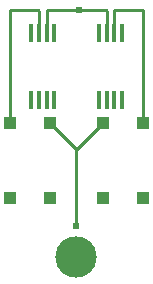
<source format=gbl>
G04 ---------------------------- Layer name :BOTTOM LAYER*
G04 EasyEDA v5.3.2, Thu, 15 Mar 2018 12:19:24 GMT*
G04 Gerber Generator version 0.2*
G04 Scale: 100 percent, Rotated: No, Reflected: No *
G04 Dimensions in millimeters *
G04 leading zeros omitted , absolute positions ,3 integer and 3 decimal *
%FSLAX33Y33*%
%MOMM*%
G90*
G71D02*

%ADD10C,0.254000*%
%ADD11C,0.619760*%
%ADD69C,3.499866*%
%ADD70R,0.350012X1.499997*%
%ADD71R,1.099998X1.099998*%

%LPD*%
G54D10*
G01X7688Y24441D02*
G01X4966Y24472D01*
G01X4966Y22471D01*
G01X4969Y22468D01*
G01X7688Y24441D02*
G01X9965Y24472D01*
G01X10066Y24372D01*
G01X10066Y22508D01*
G01X10041Y22484D01*
G01X7466Y6177D02*
G01X7466Y12598D01*
G01X9711Y14843D01*
G01X7466Y12598D02*
G01X7466Y12656D01*
G01X5279Y14843D01*
G01X13112Y14843D02*
G01X13112Y24459D01*
G01X13114Y24461D01*
G01X10658Y24461D01*
G01X10658Y22504D01*
G01X10679Y22484D01*
G01X4329Y22471D02*
G01X4329Y24398D01*
G01X4266Y24461D01*
G01X1938Y24461D01*
G01X1895Y24419D01*
G01X1895Y14859D01*
G01X1880Y14843D01*
G54D70*
G01X3648Y22470D03*
G01X5609Y22470D03*
G01X4969Y22470D03*
G01X4329Y22470D03*
G01X3648Y16845D03*
G01X5609Y16845D03*
G01X4969Y16845D03*
G01X4328Y16845D03*
G01X9360Y22483D03*
G01X11320Y22483D03*
G01X10680Y22483D03*
G01X10040Y22483D03*
G01X9360Y16858D03*
G01X11320Y16858D03*
G01X10680Y16858D03*
G01X10040Y16858D03*
G54D71*
G01X13112Y14843D03*
G01X9711Y14843D03*
G01X13109Y8547D03*
G01X9711Y8547D03*
G01X5279Y14843D03*
G01X1880Y14843D03*
G01X5276Y8547D03*
G01X1878Y8547D03*
G54D69*
G01X7466Y3573D03*
G54D11*
G01X7466Y6177D03*
G01X7689Y24439D03*
M00*
M02*

</source>
